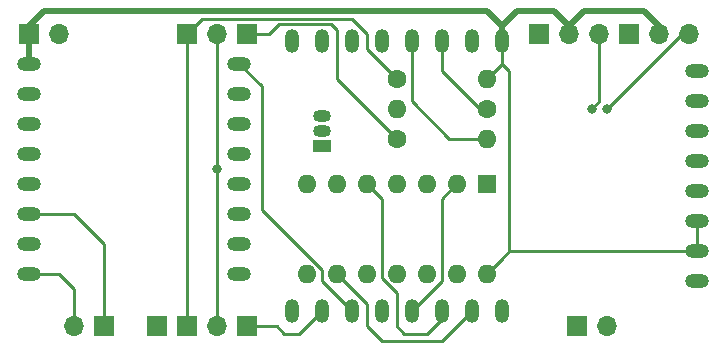
<source format=gbr>
%TF.GenerationSoftware,KiCad,Pcbnew,(6.0.6)*%
%TF.CreationDate,2023-05-03T19:44:46+02:00*%
%TF.ProjectId,Portal Turret,506f7274-616c-4205-9475-727265742e6b,rev?*%
%TF.SameCoordinates,Original*%
%TF.FileFunction,Copper,L1,Top*%
%TF.FilePolarity,Positive*%
%FSLAX46Y46*%
G04 Gerber Fmt 4.6, Leading zero omitted, Abs format (unit mm)*
G04 Created by KiCad (PCBNEW (6.0.6)) date 2023-05-03 19:44:46*
%MOMM*%
%LPD*%
G01*
G04 APERTURE LIST*
%TA.AperFunction,ComponentPad*%
%ADD10R,1.700000X1.700000*%
%TD*%
%TA.AperFunction,ComponentPad*%
%ADD11O,1.700000X1.700000*%
%TD*%
%TA.AperFunction,ComponentPad*%
%ADD12O,1.200000X2.000000*%
%TD*%
%TA.AperFunction,ComponentPad*%
%ADD13C,1.600000*%
%TD*%
%TA.AperFunction,ComponentPad*%
%ADD14O,1.600000X1.600000*%
%TD*%
%TA.AperFunction,ComponentPad*%
%ADD15O,2.000000X1.200000*%
%TD*%
%TA.AperFunction,ComponentPad*%
%ADD16R,1.600000X1.600000*%
%TD*%
%TA.AperFunction,ComponentPad*%
%ADD17R,1.500000X1.050000*%
%TD*%
%TA.AperFunction,ComponentPad*%
%ADD18O,1.500000X1.050000*%
%TD*%
%TA.AperFunction,ViaPad*%
%ADD19C,0.800000*%
%TD*%
%TA.AperFunction,Conductor*%
%ADD20C,0.250000*%
%TD*%
%TA.AperFunction,Conductor*%
%ADD21C,0.500000*%
%TD*%
G04 APERTURE END LIST*
D10*
%TO.P,J4,1,Pin_1*%
%TO.N,GND*%
X128905000Y-71755000D03*
D11*
%TO.P,J4,2,Pin_2*%
%TO.N,VCC*%
X131445000Y-71755000D03*
%TO.P,J4,3,Pin_3*%
%TO.N,Net-(J4-Pad3)*%
X133985000Y-71755000D03*
%TD*%
D10*
%TO.P,J13,1,Pin_1*%
%TO.N,Net-(J12-Pad1)*%
X99060000Y-96520000D03*
D11*
%TO.P,J13,2,Pin_2*%
%TO.N,Net-(J12-Pad2)*%
X101600000Y-96520000D03*
%TD*%
D10*
%TO.P,J2,1,Pin_1*%
%TO.N,GND*%
X132080000Y-96520000D03*
D11*
%TO.P,J2,2,Pin_2*%
%TO.N,Net-(J2-Pad2)*%
X134620000Y-96520000D03*
%TD*%
D12*
%TO.P,U4,1,5V*%
%TO.N,VCC*%
X125730000Y-72390000D03*
%TO.P,U4,2,GND*%
%TO.N,GND*%
X123190000Y-72390000D03*
%TO.P,U4,3,D4/2*%
%TO.N,Net-(R2-Pad1)*%
X120650000Y-72390000D03*
%TO.P,U4,4,D3/0*%
%TO.N,Net-(R3-Pad2)*%
X118110000Y-72390000D03*
%TO.P,U4,5,D2/4*%
%TO.N,Net-(U3-Pad7)*%
X115570000Y-72390000D03*
%TO.P,U4,6,D1/5*%
%TO.N,Net-(U3-Pad8)*%
X113030000Y-72390000D03*
%TO.P,U4,7,RX*%
%TO.N,Net-(U2-Pad3)*%
X110490000Y-72390000D03*
%TO.P,U4,8,TX*%
%TO.N,Net-(U2-Pad2)*%
X107950000Y-72390000D03*
%TO.P,U4,9,RST*%
%TO.N,unconnected-(U4-Pad9)*%
X107950000Y-95250000D03*
%TO.P,U4,10,A0*%
%TO.N,Net-(J7-Pad1)*%
X110490000Y-95250000D03*
%TO.P,U4,11,D0/16*%
%TO.N,Net-(U2-Pad9)*%
X113030000Y-95250000D03*
%TO.P,U4,12,D5/14*%
%TO.N,Net-(J2-Pad2)*%
X115570000Y-95250000D03*
%TO.P,U4,13,D6/12*%
%TO.N,Net-(U1-Pad2)*%
X118110000Y-95250000D03*
%TO.P,U4,14,D7/13*%
%TO.N,Net-(U1-Pad5)*%
X120650000Y-95250000D03*
%TO.P,U4,15,D8/15*%
%TO.N,Net-(U1-Pad9)*%
X123190000Y-95250000D03*
%TO.P,U4,16,3V3*%
%TO.N,unconnected-(U4-Pad16)*%
X125730000Y-95250000D03*
%TD*%
D10*
%TO.P,J10,1,Pin_1*%
%TO.N,Net-(J10-Pad1)*%
X96520000Y-96520000D03*
%TD*%
%TO.P,J3,1,Pin_1*%
%TO.N,Net-(J3-Pad1)*%
X104140000Y-71755000D03*
%TD*%
%TO.P,J5,1,Pin_1*%
%TO.N,GND*%
X136540000Y-71755000D03*
D11*
%TO.P,J5,2,Pin_2*%
%TO.N,VCC*%
X139080000Y-71755000D03*
%TO.P,J5,3,Pin_3*%
%TO.N,Net-(J5-Pad3)*%
X141620000Y-71755000D03*
%TD*%
D13*
%TO.P,R1,1*%
%TO.N,Net-(J12-Pad1)*%
X116840000Y-75565000D03*
D14*
%TO.P,R1,2*%
%TO.N,VCC*%
X124460000Y-75565000D03*
%TD*%
D10*
%TO.P,J1,1,Pin_1*%
%TO.N,Net-(J1-Pad1)*%
X92080000Y-96520000D03*
D11*
%TO.P,J1,2,Pin_2*%
%TO.N,Net-(J1-Pad2)*%
X89540000Y-96520000D03*
%TD*%
D15*
%TO.P,U3,1,GND*%
%TO.N,GND*%
X142240000Y-92710000D03*
%TO.P,U3,2,VCC*%
%TO.N,VCC*%
X142240000Y-90170000D03*
%TO.P,U3,3,CS*%
X142240000Y-87630000D03*
%TO.P,U3,4,INT1*%
%TO.N,unconnected-(U3-Pad4)*%
X142240000Y-85090000D03*
%TO.P,U3,5,INT2*%
%TO.N,unconnected-(U3-Pad5)*%
X142240000Y-82550000D03*
%TO.P,U3,6,SDO*%
%TO.N,unconnected-(U3-Pad6)*%
X142240000Y-80010000D03*
%TO.P,U3,7,SDA*%
%TO.N,Net-(U3-Pad7)*%
X142240000Y-77470000D03*
%TO.P,U3,8,SCL*%
%TO.N,Net-(U3-Pad8)*%
X142240000Y-74930000D03*
%TD*%
D13*
%TO.P,R2,1*%
%TO.N,Net-(R2-Pad1)*%
X124460000Y-78105000D03*
D14*
%TO.P,R2,2*%
%TO.N,Net-(Q1-Pad2)*%
X116840000Y-78105000D03*
%TD*%
D10*
%TO.P,J12,1,Pin_1*%
%TO.N,Net-(J12-Pad1)*%
X99055000Y-71755000D03*
D11*
%TO.P,J12,2,Pin_2*%
%TO.N,Net-(J12-Pad2)*%
X101595000Y-71755000D03*
%TD*%
D16*
%TO.P,U1,1,1~{OE}*%
%TO.N,GND*%
X124460000Y-84465000D03*
D14*
%TO.P,U1,2,1A*%
%TO.N,Net-(U1-Pad2)*%
X121920000Y-84465000D03*
%TO.P,U1,3,1Y*%
%TO.N,Net-(J4-Pad3)*%
X119380000Y-84465000D03*
%TO.P,U1,4,2~{OE}*%
%TO.N,GND*%
X116840000Y-84465000D03*
%TO.P,U1,5,2A*%
%TO.N,Net-(U1-Pad5)*%
X114300000Y-84465000D03*
%TO.P,U1,6,2Y*%
%TO.N,Net-(J5-Pad3)*%
X111760000Y-84465000D03*
%TO.P,U1,7,GND*%
%TO.N,GND*%
X109220000Y-84465000D03*
%TO.P,U1,8,3Y*%
%TO.N,Net-(J10-Pad1)*%
X109220000Y-92085000D03*
%TO.P,U1,9,3A*%
%TO.N,Net-(U1-Pad9)*%
X111760000Y-92085000D03*
%TO.P,U1,10,3~{OE}*%
%TO.N,GND*%
X114300000Y-92085000D03*
%TO.P,U1,11,4Y*%
%TO.N,unconnected-(U1-Pad11)*%
X116840000Y-92085000D03*
%TO.P,U1,12,4A*%
%TO.N,unconnected-(U1-Pad12)*%
X119380000Y-92085000D03*
%TO.P,U1,13,4~{OE}*%
%TO.N,GND*%
X121920000Y-92085000D03*
%TO.P,U1,14,VCC*%
%TO.N,VCC*%
X124460000Y-92085000D03*
%TD*%
D13*
%TO.P,R3,1*%
%TO.N,Net-(J3-Pad1)*%
X116840000Y-80645000D03*
D14*
%TO.P,R3,2*%
%TO.N,Net-(R3-Pad2)*%
X124460000Y-80645000D03*
%TD*%
D15*
%TO.P,U2,1,VCC*%
%TO.N,VCC*%
X85725000Y-74295000D03*
%TO.P,U2,2,RX*%
%TO.N,Net-(U2-Pad2)*%
X85725000Y-76835000D03*
%TO.P,U2,3,TX*%
%TO.N,Net-(U2-Pad3)*%
X85725000Y-79375000D03*
%TO.P,U2,4,DAC_R*%
%TO.N,unconnected-(U2-Pad4)*%
X85725000Y-81915000D03*
%TO.P,U2,5,DAC_L*%
%TO.N,unconnected-(U2-Pad5)*%
X85725000Y-84455000D03*
%TO.P,U2,6,SPK_1*%
%TO.N,Net-(J1-Pad1)*%
X85725000Y-86995000D03*
%TO.P,U2,7,GND*%
%TO.N,unconnected-(U2-Pad7)*%
X85725000Y-89535000D03*
%TO.P,U2,8,SPK_2*%
%TO.N,Net-(J1-Pad2)*%
X85725000Y-92075000D03*
%TO.P,U2,9,BUSY*%
%TO.N,Net-(U2-Pad9)*%
X103505000Y-74295000D03*
%TO.P,U2,10,USB_-*%
%TO.N,unconnected-(U2-Pad10)*%
X103505000Y-76835000D03*
%TO.P,U2,11,USB_+*%
%TO.N,unconnected-(U2-Pad11)*%
X103505000Y-79375000D03*
%TO.P,U2,12,ADKEY_2*%
%TO.N,unconnected-(U2-Pad12)*%
X103505000Y-81915000D03*
%TO.P,U2,13,ADKEY_1*%
%TO.N,unconnected-(U2-Pad13)*%
X103505000Y-84455000D03*
%TO.P,U2,14,IO_2*%
%TO.N,unconnected-(U2-Pad14)*%
X103505000Y-86995000D03*
%TO.P,U2,15,GND*%
%TO.N,GND*%
X103505000Y-89535000D03*
%TO.P,U2,16,IO_1*%
%TO.N,unconnected-(U2-Pad16)*%
X103505000Y-92075000D03*
%TD*%
D10*
%TO.P,J7,1,Pin_1*%
%TO.N,Net-(J7-Pad1)*%
X104140000Y-96520000D03*
%TD*%
%TO.P,J6,1,Pin_1*%
%TO.N,VCC*%
X85720000Y-71755000D03*
D11*
%TO.P,J6,2,Pin_2*%
%TO.N,GND*%
X88260000Y-71755000D03*
%TD*%
D17*
%TO.P,Q1,1,E*%
%TO.N,GND*%
X110490000Y-81280000D03*
D18*
%TO.P,Q1,2,B*%
%TO.N,Net-(Q1-Pad2)*%
X110490000Y-80010000D03*
%TO.P,Q1,3,C*%
%TO.N,Net-(J12-Pad2)*%
X110490000Y-78740000D03*
%TD*%
D19*
%TO.N,Net-(J12-Pad2)*%
X101600000Y-83185000D03*
%TO.N,Net-(J4-Pad3)*%
X133350000Y-78105000D03*
%TO.N,Net-(J5-Pad3)*%
X134620000Y-78105000D03*
%TD*%
D20*
%TO.N,Net-(J1-Pad1)*%
X92080000Y-89540000D02*
X92080000Y-96520000D01*
X89535000Y-86995000D02*
X92080000Y-89540000D01*
X85725000Y-86995000D02*
X89535000Y-86995000D01*
%TO.N,Net-(J1-Pad2)*%
X89540000Y-93350000D02*
X89540000Y-96520000D01*
X85725000Y-92075000D02*
X88265000Y-92075000D01*
X88265000Y-92075000D02*
X89540000Y-93350000D01*
D21*
%TO.N,VCC*%
X127000000Y-69850000D02*
X125730000Y-71120000D01*
X137795000Y-69850000D02*
X139080000Y-71135000D01*
X131445000Y-71120000D02*
X130175000Y-69850000D01*
X85720000Y-71120000D02*
X86990000Y-69850000D01*
X131445000Y-71755000D02*
X131445000Y-71120000D01*
X124460000Y-69850000D02*
X125730000Y-71120000D01*
D20*
X126365000Y-74930000D02*
X126365000Y-90170000D01*
D21*
X130175000Y-69850000D02*
X127000000Y-69850000D01*
D20*
X126365000Y-90170000D02*
X142240000Y-90170000D01*
X125730000Y-74295000D02*
X124460000Y-75565000D01*
X125730000Y-74295000D02*
X126365000Y-74930000D01*
X125730000Y-72390000D02*
X125730000Y-74295000D01*
D21*
X86990000Y-69850000D02*
X124460000Y-69850000D01*
X139080000Y-71135000D02*
X139080000Y-71755000D01*
X132715000Y-69850000D02*
X137795000Y-69850000D01*
X125730000Y-71120000D02*
X125730000Y-72390000D01*
D20*
X125730000Y-90815000D02*
X124460000Y-92085000D01*
X125730000Y-90805000D02*
X125730000Y-90815000D01*
D21*
X131445000Y-71120000D02*
X132715000Y-69850000D01*
X85725000Y-74295000D02*
X85725000Y-71125000D01*
X85725000Y-71125000D02*
X85720000Y-71120000D01*
D20*
X125730000Y-90805000D02*
X126365000Y-90170000D01*
X142240000Y-90170000D02*
X142240000Y-87630000D01*
%TO.N,Net-(J12-Pad1)*%
X100325000Y-70485000D02*
X99055000Y-71755000D01*
X99060000Y-71760000D02*
X99055000Y-71755000D01*
X114300000Y-73025000D02*
X114300000Y-71755000D01*
X116840000Y-75565000D02*
X114300000Y-73025000D01*
X114300000Y-71755000D02*
X113030000Y-70485000D01*
X99060000Y-96520000D02*
X99060000Y-71760000D01*
X113030000Y-70485000D02*
X100325000Y-70485000D01*
%TO.N,Net-(J12-Pad2)*%
X101595000Y-78735000D02*
X101595000Y-71755000D01*
X101600000Y-83185000D02*
X101600000Y-96520000D01*
X101600000Y-83185000D02*
X101600000Y-78740000D01*
%TO.N,Net-(J3-Pad1)*%
X111283602Y-70935000D02*
X111760000Y-71411398D01*
X106045000Y-71755000D02*
X106865000Y-70935000D01*
X111760000Y-71411398D02*
X111760000Y-75565000D01*
X111760000Y-75565000D02*
X116840000Y-80645000D01*
X104140000Y-71755000D02*
X106045000Y-71755000D01*
X106865000Y-70935000D02*
X111283602Y-70935000D01*
%TO.N,Net-(J4-Pad3)*%
X133985000Y-77470000D02*
X133985000Y-71755000D01*
X133350000Y-78105000D02*
X133985000Y-77470000D01*
%TO.N,Net-(J5-Pad3)*%
X134620000Y-78105000D02*
X140970000Y-71755000D01*
X140970000Y-71755000D02*
X141620000Y-71755000D01*
%TO.N,Net-(R3-Pad2)*%
X118110000Y-77470000D02*
X121285000Y-80645000D01*
X121285000Y-80645000D02*
X124460000Y-80645000D01*
X118110000Y-72390000D02*
X118110000Y-77470000D01*
%TO.N,Net-(J7-Pad1)*%
X107315000Y-97155000D02*
X106680000Y-96520000D01*
X108585000Y-97155000D02*
X107315000Y-97155000D01*
X110490000Y-95250000D02*
X108585000Y-97155000D01*
X106680000Y-96520000D02*
X104140000Y-96520000D01*
%TO.N,Net-(R2-Pad1)*%
X120650000Y-74930000D02*
X124460000Y-78740000D01*
X120650000Y-72390000D02*
X120650000Y-74930000D01*
%TO.N,Net-(U1-Pad2)*%
X121910000Y-84465000D02*
X121920000Y-84465000D01*
X120650000Y-85725000D02*
X121910000Y-84465000D01*
X118110000Y-95250000D02*
X120650000Y-92710000D01*
X120650000Y-92710000D02*
X120650000Y-85725000D01*
%TO.N,Net-(U1-Pad5)*%
X120650000Y-95885000D02*
X119380000Y-97155000D01*
X116840000Y-96520000D02*
X116840000Y-93675991D01*
X115570000Y-85735000D02*
X114300000Y-84465000D01*
X116840000Y-93675991D02*
X115570000Y-92405991D01*
X119380000Y-97155000D02*
X117475000Y-97155000D01*
X120650000Y-95250000D02*
X120650000Y-95885000D01*
X115570000Y-92405991D02*
X115570000Y-85735000D01*
X117475000Y-97155000D02*
X116840000Y-96520000D01*
%TO.N,Net-(U2-Pad9)*%
X110490000Y-92710000D02*
X113030000Y-95250000D01*
X103505000Y-74295000D02*
X105410000Y-76200000D01*
X105410000Y-76200000D02*
X105410000Y-86684009D01*
X105410000Y-86684009D02*
X110490000Y-91764009D01*
X110490000Y-91764009D02*
X110490000Y-92710000D01*
%TO.N,Net-(U1-Pad9)*%
X120650000Y-97790000D02*
X123190000Y-95250000D01*
X115570000Y-97790000D02*
X120650000Y-97790000D01*
X114300000Y-94625000D02*
X114300000Y-96520000D01*
X111760000Y-92085000D02*
X114300000Y-94625000D01*
X114300000Y-96520000D02*
X115570000Y-97790000D01*
%TD*%
M02*

</source>
